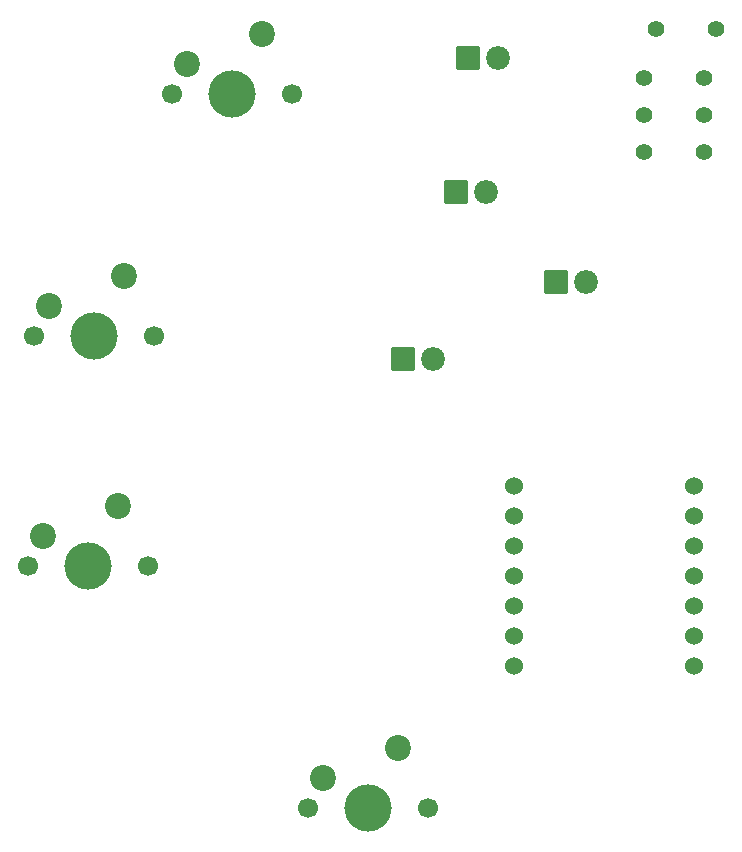
<source format=gbr>
%TF.GenerationSoftware,KiCad,Pcbnew,9.0.2*%
%TF.CreationDate,2025-07-04T20:25:53-04:00*%
%TF.ProjectId,Hack club,4861636b-2063-46c7-9562-2e6b69636164,rev?*%
%TF.SameCoordinates,Original*%
%TF.FileFunction,Soldermask,Bot*%
%TF.FilePolarity,Negative*%
%FSLAX46Y46*%
G04 Gerber Fmt 4.6, Leading zero omitted, Abs format (unit mm)*
G04 Created by KiCad (PCBNEW 9.0.2) date 2025-07-04 20:25:53*
%MOMM*%
%LPD*%
G01*
G04 APERTURE LIST*
G04 Aperture macros list*
%AMRoundRect*
0 Rectangle with rounded corners*
0 $1 Rounding radius*
0 $2 $3 $4 $5 $6 $7 $8 $9 X,Y pos of 4 corners*
0 Add a 4 corners polygon primitive as box body*
4,1,4,$2,$3,$4,$5,$6,$7,$8,$9,$2,$3,0*
0 Add four circle primitives for the rounded corners*
1,1,$1+$1,$2,$3*
1,1,$1+$1,$4,$5*
1,1,$1+$1,$6,$7*
1,1,$1+$1,$8,$9*
0 Add four rect primitives between the rounded corners*
20,1,$1+$1,$2,$3,$4,$5,0*
20,1,$1+$1,$4,$5,$6,$7,0*
20,1,$1+$1,$6,$7,$8,$9,0*
20,1,$1+$1,$8,$9,$2,$3,0*%
G04 Aperture macros list end*
%ADD10C,1.700000*%
%ADD11C,4.000000*%
%ADD12C,2.200000*%
%ADD13C,2.019000*%
%ADD14RoundRect,0.102000X-0.907500X-0.907500X0.907500X-0.907500X0.907500X0.907500X-0.907500X0.907500X0*%
%ADD15C,1.524000*%
%ADD16C,1.400000*%
G04 APERTURE END LIST*
D10*
%TO.C,SW3*%
X84059000Y-98640500D03*
D11*
X89139000Y-98640500D03*
D10*
X94219000Y-98640500D03*
D12*
X91679000Y-93560500D03*
X85329000Y-96100500D03*
%TD*%
D13*
%TO.C,D3*%
X122844000Y-66942735D03*
D14*
X120304000Y-66942735D03*
%TD*%
D10*
%TO.C,SW4*%
X107749000Y-119100500D03*
D11*
X112829000Y-119100500D03*
D10*
X117909000Y-119100500D03*
D12*
X115369000Y-114020500D03*
X109019000Y-116560500D03*
%TD*%
D13*
%TO.C,D4*%
X131329000Y-74600500D03*
D14*
X128789000Y-74600500D03*
%TD*%
D15*
%TO.C,U1*%
X125235000Y-91850000D03*
X125235000Y-94390000D03*
X125235000Y-96930000D03*
X125235000Y-99470000D03*
X125235000Y-102010000D03*
X125235000Y-104550000D03*
X125235000Y-107090000D03*
X140475000Y-107090000D03*
X140475000Y-104550000D03*
X140475000Y-102010000D03*
X140475000Y-99470000D03*
X140475000Y-96930000D03*
X140475000Y-94390000D03*
X140475000Y-91850000D03*
%TD*%
D10*
%TO.C,SW2*%
X84559000Y-79140500D03*
D11*
X89639000Y-79140500D03*
D10*
X94719000Y-79140500D03*
D12*
X92179000Y-74060500D03*
X85829000Y-76600500D03*
%TD*%
D16*
%TO.C,R2*%
X136249000Y-57250500D03*
X141329000Y-57250500D03*
%TD*%
D13*
%TO.C,D5*%
X118369000Y-81100500D03*
D14*
X115829000Y-81100500D03*
%TD*%
D13*
%TO.C,D1*%
X123869000Y-55600500D03*
D14*
X121329000Y-55600500D03*
%TD*%
D10*
%TO.C,SW1*%
X96249000Y-58600500D03*
D11*
X101329000Y-58600500D03*
D10*
X106409000Y-58600500D03*
D12*
X103869000Y-53520500D03*
X97519000Y-56060500D03*
%TD*%
D16*
%TO.C,R3*%
X136249000Y-60400500D03*
X141329000Y-60400500D03*
%TD*%
%TO.C,R4*%
X136249000Y-63550500D03*
X141329000Y-63550500D03*
%TD*%
%TO.C,R1*%
X137249000Y-53100500D03*
X142329000Y-53100500D03*
%TD*%
M02*

</source>
